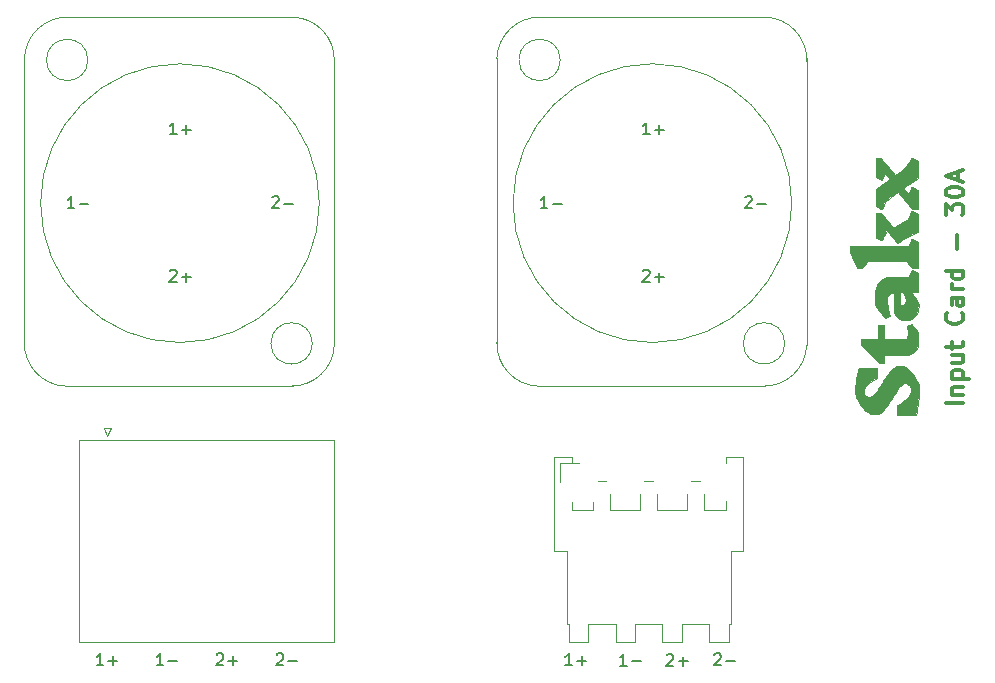
<source format=gbr>
%TF.GenerationSoftware,KiCad,Pcbnew,(5.1.6)-1*%
%TF.CreationDate,2020-12-17T16:36:24+01:00*%
%TF.ProjectId,Ingressi,496e6772-6573-4736-992e-6b696361645f,v1.0*%
%TF.SameCoordinates,Original*%
%TF.FileFunction,Legend,Top*%
%TF.FilePolarity,Positive*%
%FSLAX46Y46*%
G04 Gerber Fmt 4.6, Leading zero omitted, Abs format (unit mm)*
G04 Created by KiCad (PCBNEW (5.1.6)-1) date 2020-12-17 16:36:24*
%MOMM*%
%LPD*%
G01*
G04 APERTURE LIST*
%ADD10C,0.150000*%
%ADD11C,0.300000*%
%ADD12C,0.120000*%
%ADD13C,0.010000*%
G04 APERTURE END LIST*
D10*
X94716666Y-44402380D02*
X94145238Y-44402380D01*
X94430952Y-44402380D02*
X94430952Y-43402380D01*
X94335714Y-43545238D01*
X94240476Y-43640476D01*
X94145238Y-43688095D01*
X95145238Y-44021428D02*
X95907142Y-44021428D01*
X95526190Y-44402380D02*
X95526190Y-43640476D01*
X94145238Y-55963619D02*
X94192857Y-55916000D01*
X94288095Y-55868380D01*
X94526190Y-55868380D01*
X94621428Y-55916000D01*
X94669047Y-55963619D01*
X94716666Y-56058857D01*
X94716666Y-56154095D01*
X94669047Y-56296952D01*
X94097619Y-56868380D01*
X94716666Y-56868380D01*
X95145238Y-56487428D02*
X95907142Y-56487428D01*
X95526190Y-56868380D02*
X95526190Y-56106476D01*
X86066666Y-50652380D02*
X85495238Y-50652380D01*
X85780952Y-50652380D02*
X85780952Y-49652380D01*
X85685714Y-49795238D01*
X85590476Y-49890476D01*
X85495238Y-49938095D01*
X86495238Y-50271428D02*
X87257142Y-50271428D01*
X102806438Y-49747619D02*
X102854057Y-49700000D01*
X102949295Y-49652380D01*
X103187390Y-49652380D01*
X103282628Y-49700000D01*
X103330247Y-49747619D01*
X103377866Y-49842857D01*
X103377866Y-49938095D01*
X103330247Y-50080952D01*
X102758819Y-50652380D01*
X103377866Y-50652380D01*
X103806438Y-50271428D02*
X104568342Y-50271428D01*
X62756438Y-49747619D02*
X62804057Y-49700000D01*
X62899295Y-49652380D01*
X63137390Y-49652380D01*
X63232628Y-49700000D01*
X63280247Y-49747619D01*
X63327866Y-49842857D01*
X63327866Y-49938095D01*
X63280247Y-50080952D01*
X62708819Y-50652380D01*
X63327866Y-50652380D01*
X63756438Y-50271428D02*
X64518342Y-50271428D01*
X46016666Y-50652380D02*
X45445238Y-50652380D01*
X45730952Y-50652380D02*
X45730952Y-49652380D01*
X45635714Y-49795238D01*
X45540476Y-49890476D01*
X45445238Y-49938095D01*
X46445238Y-50271428D02*
X47207142Y-50271428D01*
X54095238Y-55963619D02*
X54142857Y-55916000D01*
X54238095Y-55868380D01*
X54476190Y-55868380D01*
X54571428Y-55916000D01*
X54619047Y-55963619D01*
X54666666Y-56058857D01*
X54666666Y-56154095D01*
X54619047Y-56296952D01*
X54047619Y-56868380D01*
X54666666Y-56868380D01*
X55095238Y-56487428D02*
X55857142Y-56487428D01*
X55476190Y-56868380D02*
X55476190Y-56106476D01*
X54666666Y-44402380D02*
X54095238Y-44402380D01*
X54380952Y-44402380D02*
X54380952Y-43402380D01*
X54285714Y-43545238D01*
X54190476Y-43640476D01*
X54095238Y-43688095D01*
X55095238Y-44021428D02*
X55857142Y-44021428D01*
X55476190Y-44402380D02*
X55476190Y-43640476D01*
D11*
X121278571Y-67150000D02*
X119778571Y-67150000D01*
X120278571Y-66435714D02*
X121278571Y-66435714D01*
X120421428Y-66435714D02*
X120350000Y-66364285D01*
X120278571Y-66221428D01*
X120278571Y-66007142D01*
X120350000Y-65864285D01*
X120492857Y-65792857D01*
X121278571Y-65792857D01*
X120278571Y-65078571D02*
X121778571Y-65078571D01*
X120350000Y-65078571D02*
X120278571Y-64935714D01*
X120278571Y-64650000D01*
X120350000Y-64507142D01*
X120421428Y-64435714D01*
X120564285Y-64364285D01*
X120992857Y-64364285D01*
X121135714Y-64435714D01*
X121207142Y-64507142D01*
X121278571Y-64650000D01*
X121278571Y-64935714D01*
X121207142Y-65078571D01*
X120278571Y-63078571D02*
X121278571Y-63078571D01*
X120278571Y-63721428D02*
X121064285Y-63721428D01*
X121207142Y-63650000D01*
X121278571Y-63507142D01*
X121278571Y-63292857D01*
X121207142Y-63150000D01*
X121135714Y-63078571D01*
X120278571Y-62578571D02*
X120278571Y-62007142D01*
X119778571Y-62364285D02*
X121064285Y-62364285D01*
X121207142Y-62292857D01*
X121278571Y-62150000D01*
X121278571Y-62007142D01*
X121135714Y-59507142D02*
X121207142Y-59578571D01*
X121278571Y-59792857D01*
X121278571Y-59935714D01*
X121207142Y-60150000D01*
X121064285Y-60292857D01*
X120921428Y-60364285D01*
X120635714Y-60435714D01*
X120421428Y-60435714D01*
X120135714Y-60364285D01*
X119992857Y-60292857D01*
X119850000Y-60150000D01*
X119778571Y-59935714D01*
X119778571Y-59792857D01*
X119850000Y-59578571D01*
X119921428Y-59507142D01*
X121278571Y-58221428D02*
X120492857Y-58221428D01*
X120350000Y-58292857D01*
X120278571Y-58435714D01*
X120278571Y-58721428D01*
X120350000Y-58864285D01*
X121207142Y-58221428D02*
X121278571Y-58364285D01*
X121278571Y-58721428D01*
X121207142Y-58864285D01*
X121064285Y-58935714D01*
X120921428Y-58935714D01*
X120778571Y-58864285D01*
X120707142Y-58721428D01*
X120707142Y-58364285D01*
X120635714Y-58221428D01*
X121278571Y-57507142D02*
X120278571Y-57507142D01*
X120564285Y-57507142D02*
X120421428Y-57435714D01*
X120350000Y-57364285D01*
X120278571Y-57221428D01*
X120278571Y-57078571D01*
X121278571Y-55935714D02*
X119778571Y-55935714D01*
X121207142Y-55935714D02*
X121278571Y-56078571D01*
X121278571Y-56364285D01*
X121207142Y-56507142D01*
X121135714Y-56578571D01*
X120992857Y-56650000D01*
X120564285Y-56650000D01*
X120421428Y-56578571D01*
X120350000Y-56507142D01*
X120278571Y-56364285D01*
X120278571Y-56078571D01*
X120350000Y-55935714D01*
X120707142Y-54078571D02*
X120707142Y-52935714D01*
X119778571Y-51221428D02*
X119778571Y-50292857D01*
X120350000Y-50792857D01*
X120350000Y-50578571D01*
X120421428Y-50435714D01*
X120492857Y-50364285D01*
X120635714Y-50292857D01*
X120992857Y-50292857D01*
X121135714Y-50364285D01*
X121207142Y-50435714D01*
X121278571Y-50578571D01*
X121278571Y-51007142D01*
X121207142Y-51150000D01*
X121135714Y-51221428D01*
X119778571Y-49364285D02*
X119778571Y-49221428D01*
X119850000Y-49078571D01*
X119921428Y-49007142D01*
X120064285Y-48935714D01*
X120350000Y-48864285D01*
X120707142Y-48864285D01*
X120992857Y-48935714D01*
X121135714Y-49007142D01*
X121207142Y-49078571D01*
X121278571Y-49221428D01*
X121278571Y-49364285D01*
X121207142Y-49507142D01*
X121135714Y-49578571D01*
X120992857Y-49650000D01*
X120707142Y-49721428D01*
X120350000Y-49721428D01*
X120064285Y-49650000D01*
X119921428Y-49578571D01*
X119850000Y-49507142D01*
X119778571Y-49364285D01*
X120850000Y-48292857D02*
X120850000Y-47578571D01*
X121278571Y-48435714D02*
X119778571Y-47935714D01*
X121278571Y-47435714D01*
D10*
X100185238Y-88447619D02*
X100232857Y-88400000D01*
X100328095Y-88352380D01*
X100566190Y-88352380D01*
X100661428Y-88400000D01*
X100709047Y-88447619D01*
X100756666Y-88542857D01*
X100756666Y-88638095D01*
X100709047Y-88780952D01*
X100137619Y-89352380D01*
X100756666Y-89352380D01*
X101185238Y-88971428D02*
X101947142Y-88971428D01*
X88146666Y-89352380D02*
X87575238Y-89352380D01*
X87860952Y-89352380D02*
X87860952Y-88352380D01*
X87765714Y-88495238D01*
X87670476Y-88590476D01*
X87575238Y-88638095D01*
X88575238Y-88971428D02*
X89337142Y-88971428D01*
X88956190Y-89352380D02*
X88956190Y-88590476D01*
X96165238Y-88497619D02*
X96212857Y-88450000D01*
X96308095Y-88402380D01*
X96546190Y-88402380D01*
X96641428Y-88450000D01*
X96689047Y-88497619D01*
X96736666Y-88592857D01*
X96736666Y-88688095D01*
X96689047Y-88830952D01*
X96117619Y-89402380D01*
X96736666Y-89402380D01*
X97165238Y-89021428D02*
X97927142Y-89021428D01*
X97546190Y-89402380D02*
X97546190Y-88640476D01*
X92776666Y-89402380D02*
X92205238Y-89402380D01*
X92490952Y-89402380D02*
X92490952Y-88402380D01*
X92395714Y-88545238D01*
X92300476Y-88640476D01*
X92205238Y-88688095D01*
X93205238Y-89021428D02*
X93967142Y-89021428D01*
X63135238Y-88447619D02*
X63182857Y-88400000D01*
X63278095Y-88352380D01*
X63516190Y-88352380D01*
X63611428Y-88400000D01*
X63659047Y-88447619D01*
X63706666Y-88542857D01*
X63706666Y-88638095D01*
X63659047Y-88780952D01*
X63087619Y-89352380D01*
X63706666Y-89352380D01*
X64135238Y-88971428D02*
X64897142Y-88971428D01*
X58055238Y-88447619D02*
X58102857Y-88400000D01*
X58198095Y-88352380D01*
X58436190Y-88352380D01*
X58531428Y-88400000D01*
X58579047Y-88447619D01*
X58626666Y-88542857D01*
X58626666Y-88638095D01*
X58579047Y-88780952D01*
X58007619Y-89352380D01*
X58626666Y-89352380D01*
X59055238Y-88971428D02*
X59817142Y-88971428D01*
X59436190Y-89352380D02*
X59436190Y-88590476D01*
X53546666Y-89352380D02*
X52975238Y-89352380D01*
X53260952Y-89352380D02*
X53260952Y-88352380D01*
X53165714Y-88495238D01*
X53070476Y-88590476D01*
X52975238Y-88638095D01*
X53975238Y-88971428D02*
X54737142Y-88971428D01*
X48466666Y-89352380D02*
X47895238Y-89352380D01*
X48180952Y-89352380D02*
X48180952Y-88352380D01*
X48085714Y-88495238D01*
X47990476Y-88590476D01*
X47895238Y-88638095D01*
X48895238Y-88971428D02*
X49657142Y-88971428D01*
X49276190Y-89352380D02*
X49276190Y-88590476D01*
D12*
X48800000Y-69905200D02*
X48500000Y-69305200D01*
X46390000Y-87360000D02*
X68010000Y-87360000D01*
X49100000Y-69305200D02*
X48800000Y-69905200D01*
X68010000Y-87360000D02*
X68010000Y-70290000D01*
X46390000Y-70290000D02*
X46390000Y-87360000D01*
X48500000Y-69305200D02*
X49100000Y-69305200D01*
X68010000Y-70290000D02*
X46390000Y-70290000D01*
X106750800Y-50227000D02*
G75*
G03*
X106750800Y-50227000I-11800000J0D01*
G01*
X85280000Y-65720000D02*
X104520000Y-65720000D01*
X87150000Y-38100000D02*
G75*
G03*
X87150000Y-38100000I-1750000J0D01*
G01*
X108020000Y-62220000D02*
X108020000Y-37980000D01*
X85280000Y-34480000D02*
X104520000Y-34480000D01*
X81780000Y-62220000D02*
X81780000Y-37980000D01*
X106150000Y-62100000D02*
G75*
G03*
X106150000Y-62100000I-1750000J0D01*
G01*
X108020000Y-38220000D02*
G75*
G03*
X104520000Y-34480000I-3620000J120000D01*
G01*
X85520000Y-34480000D02*
G75*
G03*
X81780000Y-37980000I-120000J-3620000D01*
G01*
X81780000Y-61980000D02*
G75*
G03*
X85280000Y-65720000I3620000J-120000D01*
G01*
X104280000Y-65720000D02*
G75*
G03*
X108020000Y-62220000I120000J3620000D01*
G01*
X66750800Y-50227000D02*
G75*
G03*
X66750800Y-50227000I-11800000J0D01*
G01*
X45280000Y-65720000D02*
X64520000Y-65720000D01*
X47150000Y-38100000D02*
G75*
G03*
X47150000Y-38100000I-1750000J0D01*
G01*
X68020000Y-62220000D02*
X68020000Y-37980000D01*
X45280000Y-34480000D02*
X64520000Y-34480000D01*
X41780000Y-62220000D02*
X41780000Y-37980000D01*
X66150000Y-62100000D02*
G75*
G03*
X66150000Y-62100000I-1750000J0D01*
G01*
X68020000Y-38220000D02*
G75*
G03*
X64520000Y-34480000I-3620000J120000D01*
G01*
X45520000Y-34480000D02*
G75*
G03*
X41780000Y-37980000I-120000J-3620000D01*
G01*
X41780000Y-61980000D02*
G75*
G03*
X45280000Y-65720000I3620000J-120000D01*
G01*
X64280000Y-65720000D02*
G75*
G03*
X68020000Y-62220000I120000J3620000D01*
G01*
X87690000Y-79660000D02*
X87690000Y-85860000D01*
X87690000Y-85860000D02*
X87880000Y-85860000D01*
X101150000Y-72250000D02*
X101150000Y-71740000D01*
X101150000Y-71740000D02*
X102640000Y-71740000D01*
X102640000Y-71740000D02*
X102640000Y-79660000D01*
X102640000Y-79660000D02*
X101590000Y-79660000D01*
X101150000Y-76240000D02*
X101150000Y-75450000D01*
X87690000Y-79660000D02*
X86640000Y-79660000D01*
X86640000Y-79660000D02*
X86640000Y-71740000D01*
X86640000Y-71740000D02*
X88130000Y-71740000D01*
X88130000Y-71740000D02*
X88130000Y-72240000D01*
X88130000Y-75550000D02*
X88130000Y-76240000D01*
X101400000Y-85860000D02*
X101590000Y-85860000D01*
X101590000Y-85860000D02*
X101590000Y-79660000D01*
X88120000Y-76240000D02*
X89960000Y-76240000D01*
X99320000Y-76240000D02*
X101160000Y-76240000D01*
X87880000Y-85860000D02*
X87880000Y-87360000D01*
X87880000Y-87360000D02*
X89520000Y-87360000D01*
X89520000Y-87360000D02*
X89520000Y-85860000D01*
X89960000Y-76240000D02*
X89960000Y-75550000D01*
X90310000Y-73740000D02*
X91050000Y-73740000D01*
X91400000Y-74850000D02*
X91400000Y-76240000D01*
X91840000Y-85860000D02*
X91840000Y-87360000D01*
X91840000Y-87360000D02*
X93480000Y-87360000D01*
X93480000Y-87360000D02*
X93480000Y-85860000D01*
X93920000Y-76240000D02*
X93920000Y-74850000D01*
X94270000Y-73740000D02*
X95010000Y-73740000D01*
X95360000Y-74850000D02*
X95360000Y-76240000D01*
X91400000Y-76240000D02*
X93920000Y-76240000D01*
X89520000Y-85860000D02*
X91840000Y-85860000D01*
X95800000Y-85860000D02*
X95800000Y-87360000D01*
X95800000Y-87360000D02*
X97440000Y-87360000D01*
X97440000Y-87360000D02*
X97440000Y-85860000D01*
X97880000Y-76240000D02*
X97880000Y-74850000D01*
X98230000Y-73740000D02*
X98970000Y-73740000D01*
X99320000Y-74850000D02*
X99320000Y-76240000D01*
X95360000Y-76240000D02*
X97880000Y-76240000D01*
X93480000Y-85860000D02*
X95800000Y-85860000D01*
X99760000Y-85860000D02*
X99760000Y-87360000D01*
X99760000Y-87360000D02*
X101400000Y-87360000D01*
X101400000Y-87360000D02*
X101400000Y-85860000D01*
X97440000Y-85860000D02*
X99760000Y-85860000D01*
X88700000Y-72240000D02*
X87090000Y-72240000D01*
X87090000Y-72240000D02*
X87090000Y-73850000D01*
D13*
G36*
X112124550Y-66087152D02*
G01*
X112135729Y-65775268D01*
X112165953Y-65438614D01*
X112213185Y-65091153D01*
X112275392Y-64746850D01*
X112350538Y-64419667D01*
X112387192Y-64284678D01*
X112420316Y-64168923D01*
X113960590Y-64168923D01*
X113960590Y-65019354D01*
X113811762Y-65092738D01*
X113540072Y-65246922D01*
X113297933Y-65428229D01*
X113202869Y-65513947D01*
X113074347Y-65645689D01*
X112979512Y-65766759D01*
X112912421Y-65885821D01*
X112871130Y-65997448D01*
X112841037Y-66157321D01*
X112847807Y-66298312D01*
X112889386Y-66417325D01*
X112963719Y-66511265D01*
X113068751Y-66577035D01*
X113202429Y-66611542D01*
X113281717Y-66616104D01*
X113379985Y-66609823D01*
X113472703Y-66589541D01*
X113562381Y-66552618D01*
X113651530Y-66496417D01*
X113742659Y-66418301D01*
X113838278Y-66315631D01*
X113940898Y-66185771D01*
X114053029Y-66026083D01*
X114177181Y-65833928D01*
X114315864Y-65606670D01*
X114435562Y-65403645D01*
X114583372Y-65153901D01*
X114715110Y-64940172D01*
X114833688Y-64758667D01*
X114942014Y-64605598D01*
X115042997Y-64477176D01*
X115139548Y-64369611D01*
X115234574Y-64279114D01*
X115330986Y-64201895D01*
X115389530Y-64161141D01*
X115529835Y-64077446D01*
X115658179Y-64023475D01*
X115789884Y-63994307D01*
X115937828Y-63985039D01*
X116026584Y-63985839D01*
X116093812Y-63992395D01*
X116155291Y-64008629D01*
X116226805Y-64038465D01*
X116304966Y-64076309D01*
X116487579Y-64186842D01*
X116670086Y-64334580D01*
X116847657Y-64512886D01*
X117015465Y-64715122D01*
X117168681Y-64934651D01*
X117302475Y-65164833D01*
X117412020Y-65399032D01*
X117492486Y-65630610D01*
X117521380Y-65748496D01*
X117537961Y-65864223D01*
X117547774Y-66010586D01*
X117550463Y-66174591D01*
X117545671Y-66343245D01*
X117540069Y-66428906D01*
X117512893Y-66720067D01*
X117478164Y-67012546D01*
X117437389Y-67296348D01*
X117392073Y-67561481D01*
X117343723Y-67797951D01*
X117316695Y-67910945D01*
X117256171Y-68148698D01*
X116479301Y-68154492D01*
X115702430Y-68160286D01*
X115702430Y-67327826D01*
X115874597Y-67227790D01*
X116119384Y-67070692D01*
X116330392Y-66904371D01*
X116506253Y-66730951D01*
X116645598Y-66552556D01*
X116747060Y-66371308D01*
X116809270Y-66189332D01*
X116830859Y-66008751D01*
X116810459Y-65831690D01*
X116799793Y-65792054D01*
X116743625Y-65676484D01*
X116655807Y-65583474D01*
X116545187Y-65518142D01*
X116420618Y-65485608D01*
X116290948Y-65490989D01*
X116282387Y-65492811D01*
X116198456Y-65517023D01*
X116123574Y-65552951D01*
X116047572Y-65607281D01*
X115960282Y-65686699D01*
X115908479Y-65738671D01*
X115847297Y-65804863D01*
X115784690Y-65880445D01*
X115717678Y-65969822D01*
X115643279Y-66077397D01*
X115558513Y-66207575D01*
X115460399Y-66364759D01*
X115345957Y-66553354D01*
X115262222Y-66693489D01*
X115129841Y-66913655D01*
X115014548Y-67099674D01*
X114912887Y-67256418D01*
X114821404Y-67388761D01*
X114736641Y-67501575D01*
X114655145Y-67599733D01*
X114573458Y-67688108D01*
X114517322Y-67743866D01*
X114360737Y-67883530D01*
X114216027Y-67986948D01*
X114075641Y-68057463D01*
X113932028Y-68098417D01*
X113777636Y-68113152D01*
X113686997Y-68111377D01*
X113558999Y-68098552D01*
X113453205Y-68072353D01*
X113378755Y-68042469D01*
X113184058Y-67932685D01*
X112990857Y-67784984D01*
X112804070Y-67605411D01*
X112628617Y-67400013D01*
X112469418Y-67174836D01*
X112331391Y-66935928D01*
X112219457Y-66689334D01*
X112173560Y-66561198D01*
X112152926Y-66491471D01*
X112138829Y-66424687D01*
X112130140Y-66349934D01*
X112125732Y-66256302D01*
X112124477Y-66132878D01*
X112124550Y-66087152D01*
G37*
X112124550Y-66087152D02*
X112135729Y-65775268D01*
X112165953Y-65438614D01*
X112213185Y-65091153D01*
X112275392Y-64746850D01*
X112350538Y-64419667D01*
X112387192Y-64284678D01*
X112420316Y-64168923D01*
X113960590Y-64168923D01*
X113960590Y-65019354D01*
X113811762Y-65092738D01*
X113540072Y-65246922D01*
X113297933Y-65428229D01*
X113202869Y-65513947D01*
X113074347Y-65645689D01*
X112979512Y-65766759D01*
X112912421Y-65885821D01*
X112871130Y-65997448D01*
X112841037Y-66157321D01*
X112847807Y-66298312D01*
X112889386Y-66417325D01*
X112963719Y-66511265D01*
X113068751Y-66577035D01*
X113202429Y-66611542D01*
X113281717Y-66616104D01*
X113379985Y-66609823D01*
X113472703Y-66589541D01*
X113562381Y-66552618D01*
X113651530Y-66496417D01*
X113742659Y-66418301D01*
X113838278Y-66315631D01*
X113940898Y-66185771D01*
X114053029Y-66026083D01*
X114177181Y-65833928D01*
X114315864Y-65606670D01*
X114435562Y-65403645D01*
X114583372Y-65153901D01*
X114715110Y-64940172D01*
X114833688Y-64758667D01*
X114942014Y-64605598D01*
X115042997Y-64477176D01*
X115139548Y-64369611D01*
X115234574Y-64279114D01*
X115330986Y-64201895D01*
X115389530Y-64161141D01*
X115529835Y-64077446D01*
X115658179Y-64023475D01*
X115789884Y-63994307D01*
X115937828Y-63985039D01*
X116026584Y-63985839D01*
X116093812Y-63992395D01*
X116155291Y-64008629D01*
X116226805Y-64038465D01*
X116304966Y-64076309D01*
X116487579Y-64186842D01*
X116670086Y-64334580D01*
X116847657Y-64512886D01*
X117015465Y-64715122D01*
X117168681Y-64934651D01*
X117302475Y-65164833D01*
X117412020Y-65399032D01*
X117492486Y-65630610D01*
X117521380Y-65748496D01*
X117537961Y-65864223D01*
X117547774Y-66010586D01*
X117550463Y-66174591D01*
X117545671Y-66343245D01*
X117540069Y-66428906D01*
X117512893Y-66720067D01*
X117478164Y-67012546D01*
X117437389Y-67296348D01*
X117392073Y-67561481D01*
X117343723Y-67797951D01*
X117316695Y-67910945D01*
X117256171Y-68148698D01*
X116479301Y-68154492D01*
X115702430Y-68160286D01*
X115702430Y-67327826D01*
X115874597Y-67227790D01*
X116119384Y-67070692D01*
X116330392Y-66904371D01*
X116506253Y-66730951D01*
X116645598Y-66552556D01*
X116747060Y-66371308D01*
X116809270Y-66189332D01*
X116830859Y-66008751D01*
X116810459Y-65831690D01*
X116799793Y-65792054D01*
X116743625Y-65676484D01*
X116655807Y-65583474D01*
X116545187Y-65518142D01*
X116420618Y-65485608D01*
X116290948Y-65490989D01*
X116282387Y-65492811D01*
X116198456Y-65517023D01*
X116123574Y-65552951D01*
X116047572Y-65607281D01*
X115960282Y-65686699D01*
X115908479Y-65738671D01*
X115847297Y-65804863D01*
X115784690Y-65880445D01*
X115717678Y-65969822D01*
X115643279Y-66077397D01*
X115558513Y-66207575D01*
X115460399Y-66364759D01*
X115345957Y-66553354D01*
X115262222Y-66693489D01*
X115129841Y-66913655D01*
X115014548Y-67099674D01*
X114912887Y-67256418D01*
X114821404Y-67388761D01*
X114736641Y-67501575D01*
X114655145Y-67599733D01*
X114573458Y-67688108D01*
X114517322Y-67743866D01*
X114360737Y-67883530D01*
X114216027Y-67986948D01*
X114075641Y-68057463D01*
X113932028Y-68098417D01*
X113777636Y-68113152D01*
X113686997Y-68111377D01*
X113558999Y-68098552D01*
X113453205Y-68072353D01*
X113378755Y-68042469D01*
X113184058Y-67932685D01*
X112990857Y-67784984D01*
X112804070Y-67605411D01*
X112628617Y-67400013D01*
X112469418Y-67174836D01*
X112331391Y-66935928D01*
X112219457Y-66689334D01*
X112173560Y-66561198D01*
X112152926Y-66491471D01*
X112138829Y-66424687D01*
X112130140Y-66349934D01*
X112125732Y-66256302D01*
X112124477Y-66132878D01*
X112124550Y-66087152D01*
G36*
X114048784Y-61743576D02*
G01*
X114048784Y-60575000D01*
X114577951Y-60575000D01*
X114577951Y-61743576D01*
X115456635Y-61743576D01*
X115676442Y-61743533D01*
X115856526Y-61743251D01*
X116001259Y-61742503D01*
X116115016Y-61741061D01*
X116202170Y-61738695D01*
X116267093Y-61735178D01*
X116314161Y-61730283D01*
X116347746Y-61723780D01*
X116372222Y-61715441D01*
X116391962Y-61705039D01*
X116409045Y-61693892D01*
X116485895Y-61625587D01*
X116539328Y-61536085D01*
X116574404Y-61416058D01*
X116581625Y-61375708D01*
X116590870Y-61192192D01*
X116563666Y-60989139D01*
X116517799Y-60821066D01*
X116495334Y-60746913D01*
X116481322Y-60688865D01*
X116478760Y-60660335D01*
X116499938Y-60644619D01*
X116551142Y-60616634D01*
X116621803Y-60581337D01*
X116701353Y-60543682D01*
X116779223Y-60508627D01*
X116844845Y-60481128D01*
X116887652Y-60466140D01*
X116895799Y-60464757D01*
X116913775Y-60481269D01*
X116954354Y-60527242D01*
X117013065Y-60597330D01*
X117085434Y-60686190D01*
X117166991Y-60788475D01*
X117172477Y-60795428D01*
X117265618Y-60913590D01*
X117336014Y-61006359D01*
X117387093Y-61083092D01*
X117422280Y-61153146D01*
X117445000Y-61225876D01*
X117458681Y-61310640D01*
X117466749Y-61416794D01*
X117472629Y-61553695D01*
X117475258Y-61622309D01*
X117478758Y-61823509D01*
X117471784Y-61990737D01*
X117456428Y-62118625D01*
X117403029Y-62352991D01*
X117325108Y-62551319D01*
X117221275Y-62715112D01*
X117090141Y-62845873D01*
X116930317Y-62945106D01*
X116740414Y-63014316D01*
X116601718Y-63043666D01*
X116548100Y-63048740D01*
X116455406Y-63053375D01*
X116328656Y-63057465D01*
X116172872Y-63060905D01*
X115993074Y-63063590D01*
X115794281Y-63065414D01*
X115581515Y-63066273D01*
X115520529Y-63066326D01*
X114577951Y-63066493D01*
X114577951Y-63772048D01*
X114167774Y-63772048D01*
X112593576Y-62268780D01*
X112593576Y-61743576D01*
X114048784Y-61743576D01*
G37*
X114048784Y-61743576D02*
X114048784Y-60575000D01*
X114577951Y-60575000D01*
X114577951Y-61743576D01*
X115456635Y-61743576D01*
X115676442Y-61743533D01*
X115856526Y-61743251D01*
X116001259Y-61742503D01*
X116115016Y-61741061D01*
X116202170Y-61738695D01*
X116267093Y-61735178D01*
X116314161Y-61730283D01*
X116347746Y-61723780D01*
X116372222Y-61715441D01*
X116391962Y-61705039D01*
X116409045Y-61693892D01*
X116485895Y-61625587D01*
X116539328Y-61536085D01*
X116574404Y-61416058D01*
X116581625Y-61375708D01*
X116590870Y-61192192D01*
X116563666Y-60989139D01*
X116517799Y-60821066D01*
X116495334Y-60746913D01*
X116481322Y-60688865D01*
X116478760Y-60660335D01*
X116499938Y-60644619D01*
X116551142Y-60616634D01*
X116621803Y-60581337D01*
X116701353Y-60543682D01*
X116779223Y-60508627D01*
X116844845Y-60481128D01*
X116887652Y-60466140D01*
X116895799Y-60464757D01*
X116913775Y-60481269D01*
X116954354Y-60527242D01*
X117013065Y-60597330D01*
X117085434Y-60686190D01*
X117166991Y-60788475D01*
X117172477Y-60795428D01*
X117265618Y-60913590D01*
X117336014Y-61006359D01*
X117387093Y-61083092D01*
X117422280Y-61153146D01*
X117445000Y-61225876D01*
X117458681Y-61310640D01*
X117466749Y-61416794D01*
X117472629Y-61553695D01*
X117475258Y-61622309D01*
X117478758Y-61823509D01*
X117471784Y-61990737D01*
X117456428Y-62118625D01*
X117403029Y-62352991D01*
X117325108Y-62551319D01*
X117221275Y-62715112D01*
X117090141Y-62845873D01*
X116930317Y-62945106D01*
X116740414Y-63014316D01*
X116601718Y-63043666D01*
X116548100Y-63048740D01*
X116455406Y-63053375D01*
X116328656Y-63057465D01*
X116172872Y-63060905D01*
X115993074Y-63063590D01*
X115794281Y-63065414D01*
X115581515Y-63066273D01*
X115520529Y-63066326D01*
X114577951Y-63066493D01*
X114577951Y-63772048D01*
X114167774Y-63772048D01*
X112593576Y-62268780D01*
X112593576Y-61743576D01*
X114048784Y-61743576D01*
G36*
X113796176Y-57886934D02*
G01*
X113813940Y-57732493D01*
X113814814Y-57727102D01*
X113877163Y-57450917D01*
X113967933Y-57206874D01*
X114086615Y-56995654D01*
X114232699Y-56817942D01*
X114405677Y-56674418D01*
X114605040Y-56565768D01*
X114710243Y-56526108D01*
X114745009Y-56516067D01*
X114785643Y-56507674D01*
X114836606Y-56500706D01*
X114902358Y-56494942D01*
X114987358Y-56490160D01*
X115096068Y-56486138D01*
X115232948Y-56482653D01*
X115402458Y-56479486D01*
X115609058Y-56476412D01*
X115745318Y-56474615D01*
X116659127Y-56462934D01*
X116752829Y-56231423D01*
X116792963Y-56131732D01*
X116828924Y-56041445D01*
X116856255Y-55971808D01*
X116868867Y-55938645D01*
X116891203Y-55877377D01*
X117156981Y-56010607D01*
X117422758Y-56143837D01*
X117416978Y-56964844D01*
X117411198Y-57785850D01*
X117150090Y-57789725D01*
X117047369Y-57792101D01*
X116961749Y-57795689D01*
X116902288Y-57800000D01*
X116878128Y-57804452D01*
X116887845Y-57824201D01*
X116921201Y-57873156D01*
X116974338Y-57946052D01*
X117043393Y-58037623D01*
X117124507Y-58142606D01*
X117149016Y-58173894D01*
X117251889Y-58306440D01*
X117329721Y-58410918D01*
X117386120Y-58492785D01*
X117424695Y-58557498D01*
X117449053Y-58610513D01*
X117459563Y-58643529D01*
X117481387Y-58785806D01*
X117482540Y-58960247D01*
X117462980Y-59160044D01*
X117462767Y-59161538D01*
X117411192Y-59391935D01*
X117327137Y-59593339D01*
X117211712Y-59764606D01*
X117066027Y-59904593D01*
X116891190Y-60012156D01*
X116688311Y-60086152D01*
X116536167Y-60116534D01*
X116332511Y-60126466D01*
X116138200Y-60096416D01*
X116106938Y-60084578D01*
X116106938Y-58847312D01*
X116205799Y-58831368D01*
X116290417Y-58781234D01*
X116350562Y-58700761D01*
X116353765Y-58693691D01*
X116376057Y-58608142D01*
X116384897Y-58495007D01*
X116380655Y-58368578D01*
X116363701Y-58243146D01*
X116339659Y-58148258D01*
X116303155Y-58047047D01*
X116263206Y-57952376D01*
X116224125Y-57872975D01*
X116190223Y-57817577D01*
X116165814Y-57794911D01*
X116165080Y-57794808D01*
X116131778Y-57792959D01*
X116071280Y-57790567D01*
X116033159Y-57789295D01*
X115922916Y-57785850D01*
X115922916Y-58791312D01*
X116004068Y-58825220D01*
X116106938Y-58847312D01*
X116106938Y-60084578D01*
X115950594Y-60025372D01*
X115767056Y-59912320D01*
X115584949Y-59756249D01*
X115576821Y-59748274D01*
X115393750Y-59567657D01*
X115393750Y-57796875D01*
X115331532Y-57796875D01*
X115203930Y-57817779D01*
X115081806Y-57876068D01*
X114973266Y-57965110D01*
X114886415Y-58078271D01*
X114829767Y-58207508D01*
X114804817Y-58347104D01*
X114801864Y-58519581D01*
X114821038Y-58725983D01*
X114862471Y-58967358D01*
X114926294Y-59244751D01*
X114989361Y-59478566D01*
X115018268Y-59582894D01*
X115041191Y-59670736D01*
X115056147Y-59734086D01*
X115061155Y-59764941D01*
X115060699Y-59766594D01*
X115037040Y-59778294D01*
X114983451Y-59802658D01*
X114910544Y-59835003D01*
X114828931Y-59870647D01*
X114749224Y-59904905D01*
X114704718Y-59923689D01*
X114625852Y-59956641D01*
X114276684Y-59522881D01*
X114179373Y-59400899D01*
X114090227Y-59287074D01*
X114013392Y-59186868D01*
X113953012Y-59105739D01*
X113913233Y-59049147D01*
X113899326Y-59025896D01*
X113864394Y-58921195D01*
X113835199Y-58781871D01*
X113812338Y-58617095D01*
X113796409Y-58436041D01*
X113788007Y-58247881D01*
X113787731Y-58061788D01*
X113796176Y-57886934D01*
G37*
X113796176Y-57886934D02*
X113813940Y-57732493D01*
X113814814Y-57727102D01*
X113877163Y-57450917D01*
X113967933Y-57206874D01*
X114086615Y-56995654D01*
X114232699Y-56817942D01*
X114405677Y-56674418D01*
X114605040Y-56565768D01*
X114710243Y-56526108D01*
X114745009Y-56516067D01*
X114785643Y-56507674D01*
X114836606Y-56500706D01*
X114902358Y-56494942D01*
X114987358Y-56490160D01*
X115096068Y-56486138D01*
X115232948Y-56482653D01*
X115402458Y-56479486D01*
X115609058Y-56476412D01*
X115745318Y-56474615D01*
X116659127Y-56462934D01*
X116752829Y-56231423D01*
X116792963Y-56131732D01*
X116828924Y-56041445D01*
X116856255Y-55971808D01*
X116868867Y-55938645D01*
X116891203Y-55877377D01*
X117156981Y-56010607D01*
X117422758Y-56143837D01*
X117416978Y-56964844D01*
X117411198Y-57785850D01*
X117150090Y-57789725D01*
X117047369Y-57792101D01*
X116961749Y-57795689D01*
X116902288Y-57800000D01*
X116878128Y-57804452D01*
X116887845Y-57824201D01*
X116921201Y-57873156D01*
X116974338Y-57946052D01*
X117043393Y-58037623D01*
X117124507Y-58142606D01*
X117149016Y-58173894D01*
X117251889Y-58306440D01*
X117329721Y-58410918D01*
X117386120Y-58492785D01*
X117424695Y-58557498D01*
X117449053Y-58610513D01*
X117459563Y-58643529D01*
X117481387Y-58785806D01*
X117482540Y-58960247D01*
X117462980Y-59160044D01*
X117462767Y-59161538D01*
X117411192Y-59391935D01*
X117327137Y-59593339D01*
X117211712Y-59764606D01*
X117066027Y-59904593D01*
X116891190Y-60012156D01*
X116688311Y-60086152D01*
X116536167Y-60116534D01*
X116332511Y-60126466D01*
X116138200Y-60096416D01*
X116106938Y-60084578D01*
X116106938Y-58847312D01*
X116205799Y-58831368D01*
X116290417Y-58781234D01*
X116350562Y-58700761D01*
X116353765Y-58693691D01*
X116376057Y-58608142D01*
X116384897Y-58495007D01*
X116380655Y-58368578D01*
X116363701Y-58243146D01*
X116339659Y-58148258D01*
X116303155Y-58047047D01*
X116263206Y-57952376D01*
X116224125Y-57872975D01*
X116190223Y-57817577D01*
X116165814Y-57794911D01*
X116165080Y-57794808D01*
X116131778Y-57792959D01*
X116071280Y-57790567D01*
X116033159Y-57789295D01*
X115922916Y-57785850D01*
X115922916Y-58791312D01*
X116004068Y-58825220D01*
X116106938Y-58847312D01*
X116106938Y-60084578D01*
X115950594Y-60025372D01*
X115767056Y-59912320D01*
X115584949Y-59756249D01*
X115576821Y-59748274D01*
X115393750Y-59567657D01*
X115393750Y-57796875D01*
X115331532Y-57796875D01*
X115203930Y-57817779D01*
X115081806Y-57876068D01*
X114973266Y-57965110D01*
X114886415Y-58078271D01*
X114829767Y-58207508D01*
X114804817Y-58347104D01*
X114801864Y-58519581D01*
X114821038Y-58725983D01*
X114862471Y-58967358D01*
X114926294Y-59244751D01*
X114989361Y-59478566D01*
X115018268Y-59582894D01*
X115041191Y-59670736D01*
X115056147Y-59734086D01*
X115061155Y-59764941D01*
X115060699Y-59766594D01*
X115037040Y-59778294D01*
X114983451Y-59802658D01*
X114910544Y-59835003D01*
X114828931Y-59870647D01*
X114749224Y-59904905D01*
X114704718Y-59923689D01*
X114625852Y-59956641D01*
X114276684Y-59522881D01*
X114179373Y-59400899D01*
X114090227Y-59287074D01*
X114013392Y-59186868D01*
X113953012Y-59105739D01*
X113913233Y-59049147D01*
X113899326Y-59025896D01*
X113864394Y-58921195D01*
X113835199Y-58781871D01*
X113812338Y-58617095D01*
X113796409Y-58436041D01*
X113788007Y-58247881D01*
X113787731Y-58061788D01*
X113796176Y-57886934D01*
G36*
X111672261Y-54080103D02*
G01*
X111678559Y-53839149D01*
X114193627Y-53833544D01*
X116708696Y-53827939D01*
X116792193Y-53557936D01*
X116824953Y-53454679D01*
X116854417Y-53366725D01*
X116877582Y-53302698D01*
X116891450Y-53271220D01*
X116892372Y-53270012D01*
X116917204Y-53272593D01*
X116973279Y-53292382D01*
X117052730Y-53326218D01*
X117147688Y-53370941D01*
X117165638Y-53379812D01*
X117422222Y-53507532D01*
X117422222Y-54616611D01*
X117422032Y-54873953D01*
X117421407Y-55090420D01*
X117420262Y-55269233D01*
X117418514Y-55413613D01*
X117416079Y-55526781D01*
X117412872Y-55611957D01*
X117408810Y-55672363D01*
X117403808Y-55711219D01*
X117397783Y-55731747D01*
X117393007Y-55736900D01*
X117359143Y-55741163D01*
X117292747Y-55743238D01*
X117205340Y-55742889D01*
X117156970Y-55741720D01*
X116950147Y-55735329D01*
X116441059Y-55152841D01*
X113105619Y-55151041D01*
X112913219Y-55449418D01*
X112720819Y-55747794D01*
X112489995Y-55741562D01*
X112259170Y-55735329D01*
X112072730Y-55294357D01*
X112008843Y-55142966D01*
X111942514Y-54985298D01*
X111878612Y-54832958D01*
X111822005Y-54697551D01*
X111777558Y-54590679D01*
X111776127Y-54587221D01*
X111665963Y-54321058D01*
X111672261Y-54080103D01*
G37*
X111672261Y-54080103D02*
X111678559Y-53839149D01*
X114193627Y-53833544D01*
X116708696Y-53827939D01*
X116792193Y-53557936D01*
X116824953Y-53454679D01*
X116854417Y-53366725D01*
X116877582Y-53302698D01*
X116891450Y-53271220D01*
X116892372Y-53270012D01*
X116917204Y-53272593D01*
X116973279Y-53292382D01*
X117052730Y-53326218D01*
X117147688Y-53370941D01*
X117165638Y-53379812D01*
X117422222Y-53507532D01*
X117422222Y-54616611D01*
X117422032Y-54873953D01*
X117421407Y-55090420D01*
X117420262Y-55269233D01*
X117418514Y-55413613D01*
X117416079Y-55526781D01*
X117412872Y-55611957D01*
X117408810Y-55672363D01*
X117403808Y-55711219D01*
X117397783Y-55731747D01*
X117393007Y-55736900D01*
X117359143Y-55741163D01*
X117292747Y-55743238D01*
X117205340Y-55742889D01*
X117156970Y-55741720D01*
X116950147Y-55735329D01*
X116441059Y-55152841D01*
X113105619Y-55151041D01*
X112913219Y-55449418D01*
X112720819Y-55747794D01*
X112489995Y-55741562D01*
X112259170Y-55735329D01*
X112072730Y-55294357D01*
X112008843Y-55142966D01*
X111942514Y-54985298D01*
X111878612Y-54832958D01*
X111822005Y-54697551D01*
X111777558Y-54590679D01*
X111776127Y-54587221D01*
X111665963Y-54321058D01*
X111672261Y-54080103D01*
G36*
X114087369Y-51051714D02*
G01*
X114324392Y-51053429D01*
X114819697Y-51678348D01*
X114950018Y-51842461D01*
X115056008Y-51974977D01*
X115140495Y-52079042D01*
X115206303Y-52157802D01*
X115256260Y-52214402D01*
X115293191Y-52251990D01*
X115319923Y-52273710D01*
X115339282Y-52282710D01*
X115354094Y-52282134D01*
X115359888Y-52279664D01*
X115389187Y-52263165D01*
X115450733Y-52227749D01*
X115538732Y-52176796D01*
X115647388Y-52113688D01*
X115770907Y-52041808D01*
X115903493Y-51964536D01*
X116039351Y-51885256D01*
X116172687Y-51807348D01*
X116297704Y-51734195D01*
X116408607Y-51669178D01*
X116499602Y-51615679D01*
X116564894Y-51577080D01*
X116598687Y-51556763D01*
X116599063Y-51556528D01*
X116621979Y-51526439D01*
X116655866Y-51461107D01*
X116697673Y-51367095D01*
X116744350Y-51250967D01*
X116758985Y-51212427D01*
X116801344Y-51101719D01*
X116839516Y-51006222D01*
X116870414Y-50933340D01*
X116890948Y-50890477D01*
X116896644Y-50882417D01*
X116922035Y-50887724D01*
X116978303Y-50910302D01*
X117057431Y-50946638D01*
X117151404Y-50993218D01*
X117163005Y-50999179D01*
X117411198Y-51127170D01*
X117416997Y-51880205D01*
X117422796Y-52633241D01*
X116876806Y-52931688D01*
X116712051Y-53021820D01*
X116539075Y-53116584D01*
X116367808Y-53210528D01*
X116208180Y-53298205D01*
X116070121Y-53374163D01*
X115989062Y-53418861D01*
X115647309Y-53607588D01*
X115596939Y-53546980D01*
X115570525Y-53513857D01*
X115521335Y-53450887D01*
X115453378Y-53363252D01*
X115370662Y-53256136D01*
X115277197Y-53134720D01*
X115176992Y-53004187D01*
X115169693Y-52994666D01*
X114792818Y-52502960D01*
X114689995Y-52719058D01*
X114632656Y-52840749D01*
X114568417Y-52978914D01*
X114508245Y-53109919D01*
X114488855Y-53152622D01*
X114446520Y-53242267D01*
X114408341Y-53315907D01*
X114379084Y-53364757D01*
X114365434Y-53380037D01*
X114337112Y-53374451D01*
X114278138Y-53351971D01*
X114196945Y-53316123D01*
X114101966Y-53270433D01*
X114095338Y-53267117D01*
X113850347Y-53144249D01*
X113850347Y-51050000D01*
X114087369Y-51051714D01*
G37*
X114087369Y-51051714D02*
X114324392Y-51053429D01*
X114819697Y-51678348D01*
X114950018Y-51842461D01*
X115056008Y-51974977D01*
X115140495Y-52079042D01*
X115206303Y-52157802D01*
X115256260Y-52214402D01*
X115293191Y-52251990D01*
X115319923Y-52273710D01*
X115339282Y-52282710D01*
X115354094Y-52282134D01*
X115359888Y-52279664D01*
X115389187Y-52263165D01*
X115450733Y-52227749D01*
X115538732Y-52176796D01*
X115647388Y-52113688D01*
X115770907Y-52041808D01*
X115903493Y-51964536D01*
X116039351Y-51885256D01*
X116172687Y-51807348D01*
X116297704Y-51734195D01*
X116408607Y-51669178D01*
X116499602Y-51615679D01*
X116564894Y-51577080D01*
X116598687Y-51556763D01*
X116599063Y-51556528D01*
X116621979Y-51526439D01*
X116655866Y-51461107D01*
X116697673Y-51367095D01*
X116744350Y-51250967D01*
X116758985Y-51212427D01*
X116801344Y-51101719D01*
X116839516Y-51006222D01*
X116870414Y-50933340D01*
X116890948Y-50890477D01*
X116896644Y-50882417D01*
X116922035Y-50887724D01*
X116978303Y-50910302D01*
X117057431Y-50946638D01*
X117151404Y-50993218D01*
X117163005Y-50999179D01*
X117411198Y-51127170D01*
X117416997Y-51880205D01*
X117422796Y-52633241D01*
X116876806Y-52931688D01*
X116712051Y-53021820D01*
X116539075Y-53116584D01*
X116367808Y-53210528D01*
X116208180Y-53298205D01*
X116070121Y-53374163D01*
X115989062Y-53418861D01*
X115647309Y-53607588D01*
X115596939Y-53546980D01*
X115570525Y-53513857D01*
X115521335Y-53450887D01*
X115453378Y-53363252D01*
X115370662Y-53256136D01*
X115277197Y-53134720D01*
X115176992Y-53004187D01*
X115169693Y-52994666D01*
X114792818Y-52502960D01*
X114689995Y-52719058D01*
X114632656Y-52840749D01*
X114568417Y-52978914D01*
X114508245Y-53109919D01*
X114488855Y-53152622D01*
X114446520Y-53242267D01*
X114408341Y-53315907D01*
X114379084Y-53364757D01*
X114365434Y-53380037D01*
X114337112Y-53374451D01*
X114278138Y-53351971D01*
X114196945Y-53316123D01*
X114101966Y-53270433D01*
X114095338Y-53267117D01*
X113850347Y-53144249D01*
X113850347Y-51050000D01*
X114087369Y-51051714D01*
G36*
X113855568Y-49782751D02*
G01*
X113861371Y-49055096D01*
X114450635Y-48613876D01*
X114591006Y-48508461D01*
X114719436Y-48411419D01*
X114831820Y-48325897D01*
X114924052Y-48255044D01*
X114992027Y-48202008D01*
X115031641Y-48169939D01*
X115040299Y-48161632D01*
X115026218Y-48142388D01*
X114987338Y-48097314D01*
X114929170Y-48032612D01*
X114857222Y-47954481D01*
X114836293Y-47932042D01*
X114631886Y-47713477D01*
X114502015Y-47992676D01*
X114454760Y-48093236D01*
X114414153Y-48177707D01*
X114383719Y-48238903D01*
X114366984Y-48269640D01*
X114365047Y-48271875D01*
X114343788Y-48262616D01*
X114290734Y-48237305D01*
X114213516Y-48199637D01*
X114119769Y-48153307D01*
X114104149Y-48145539D01*
X113850347Y-48019203D01*
X113850347Y-46441840D01*
X114308455Y-46441840D01*
X114493827Y-46656814D01*
X114559058Y-46732465D01*
X114646968Y-46834423D01*
X114751443Y-46955595D01*
X114866366Y-47088888D01*
X114985623Y-47227210D01*
X115091444Y-47349950D01*
X115197946Y-47473176D01*
X115295394Y-47585346D01*
X115380005Y-47682148D01*
X115447992Y-47759272D01*
X115495570Y-47812408D01*
X115518955Y-47837245D01*
X115520381Y-47838429D01*
X115541576Y-47828268D01*
X115592790Y-47794364D01*
X115669301Y-47740126D01*
X115766383Y-47668966D01*
X115879313Y-47584295D01*
X116000090Y-47492049D01*
X116463107Y-47135354D01*
X116667042Y-46772104D01*
X116731359Y-46657149D01*
X116788025Y-46555121D01*
X116833557Y-46472351D01*
X116864472Y-46415174D01*
X116877286Y-46389920D01*
X116877342Y-46389761D01*
X116898134Y-46392091D01*
X116950770Y-46411696D01*
X117027964Y-46445514D01*
X117122433Y-46490481D01*
X117152964Y-46505643D01*
X117422222Y-46640617D01*
X117422222Y-48071512D01*
X116815885Y-48503981D01*
X116672229Y-48606877D01*
X116540722Y-48701901D01*
X116425518Y-48785990D01*
X116330766Y-48856079D01*
X116260618Y-48909103D01*
X116219225Y-48941999D01*
X116209548Y-48951595D01*
X116223317Y-48971711D01*
X116260385Y-49017184D01*
X116314400Y-49080734D01*
X116379007Y-49155082D01*
X116447851Y-49232947D01*
X116514579Y-49307050D01*
X116572835Y-49370112D01*
X116596609Y-49395029D01*
X116611128Y-49402963D01*
X116628224Y-49393770D01*
X116651251Y-49362346D01*
X116683563Y-49303587D01*
X116728515Y-49212389D01*
X116759639Y-49146982D01*
X116807952Y-49046380D01*
X116850012Y-48961830D01*
X116882146Y-48900491D01*
X116900677Y-48869525D01*
X116903249Y-48867187D01*
X116926170Y-48876473D01*
X116980696Y-48901854D01*
X117059034Y-48939618D01*
X117153392Y-48986053D01*
X117168420Y-48993523D01*
X117422222Y-49119859D01*
X117422222Y-50697222D01*
X116962108Y-50697222D01*
X116623035Y-50305859D01*
X116504928Y-50169448D01*
X116376207Y-50020625D01*
X116246496Y-49870528D01*
X116125422Y-49730296D01*
X116022607Y-49611066D01*
X116013260Y-49600215D01*
X115742558Y-49285935D01*
X115683909Y-49327988D01*
X115651050Y-49352465D01*
X115588571Y-49399845D01*
X115501758Y-49466087D01*
X115395898Y-49547150D01*
X115276277Y-49638991D01*
X115155762Y-49731732D01*
X114686264Y-50093422D01*
X114531047Y-50422883D01*
X114478902Y-50533136D01*
X114433402Y-50628527D01*
X114397799Y-50702301D01*
X114375350Y-50747697D01*
X114369182Y-50758996D01*
X114348148Y-50752237D01*
X114295322Y-50729026D01*
X114218254Y-50692834D01*
X114124491Y-50647132D01*
X114106149Y-50638028D01*
X113849765Y-50510407D01*
X113855568Y-49782751D01*
G37*
X113855568Y-49782751D02*
X113861371Y-49055096D01*
X114450635Y-48613876D01*
X114591006Y-48508461D01*
X114719436Y-48411419D01*
X114831820Y-48325897D01*
X114924052Y-48255044D01*
X114992027Y-48202008D01*
X115031641Y-48169939D01*
X115040299Y-48161632D01*
X115026218Y-48142388D01*
X114987338Y-48097314D01*
X114929170Y-48032612D01*
X114857222Y-47954481D01*
X114836293Y-47932042D01*
X114631886Y-47713477D01*
X114502015Y-47992676D01*
X114454760Y-48093236D01*
X114414153Y-48177707D01*
X114383719Y-48238903D01*
X114366984Y-48269640D01*
X114365047Y-48271875D01*
X114343788Y-48262616D01*
X114290734Y-48237305D01*
X114213516Y-48199637D01*
X114119769Y-48153307D01*
X114104149Y-48145539D01*
X113850347Y-48019203D01*
X113850347Y-46441840D01*
X114308455Y-46441840D01*
X114493827Y-46656814D01*
X114559058Y-46732465D01*
X114646968Y-46834423D01*
X114751443Y-46955595D01*
X114866366Y-47088888D01*
X114985623Y-47227210D01*
X115091444Y-47349950D01*
X115197946Y-47473176D01*
X115295394Y-47585346D01*
X115380005Y-47682148D01*
X115447992Y-47759272D01*
X115495570Y-47812408D01*
X115518955Y-47837245D01*
X115520381Y-47838429D01*
X115541576Y-47828268D01*
X115592790Y-47794364D01*
X115669301Y-47740126D01*
X115766383Y-47668966D01*
X115879313Y-47584295D01*
X116000090Y-47492049D01*
X116463107Y-47135354D01*
X116667042Y-46772104D01*
X116731359Y-46657149D01*
X116788025Y-46555121D01*
X116833557Y-46472351D01*
X116864472Y-46415174D01*
X116877286Y-46389920D01*
X116877342Y-46389761D01*
X116898134Y-46392091D01*
X116950770Y-46411696D01*
X117027964Y-46445514D01*
X117122433Y-46490481D01*
X117152964Y-46505643D01*
X117422222Y-46640617D01*
X117422222Y-48071512D01*
X116815885Y-48503981D01*
X116672229Y-48606877D01*
X116540722Y-48701901D01*
X116425518Y-48785990D01*
X116330766Y-48856079D01*
X116260618Y-48909103D01*
X116219225Y-48941999D01*
X116209548Y-48951595D01*
X116223317Y-48971711D01*
X116260385Y-49017184D01*
X116314400Y-49080734D01*
X116379007Y-49155082D01*
X116447851Y-49232947D01*
X116514579Y-49307050D01*
X116572835Y-49370112D01*
X116596609Y-49395029D01*
X116611128Y-49402963D01*
X116628224Y-49393770D01*
X116651251Y-49362346D01*
X116683563Y-49303587D01*
X116728515Y-49212389D01*
X116759639Y-49146982D01*
X116807952Y-49046380D01*
X116850012Y-48961830D01*
X116882146Y-48900491D01*
X116900677Y-48869525D01*
X116903249Y-48867187D01*
X116926170Y-48876473D01*
X116980696Y-48901854D01*
X117059034Y-48939618D01*
X117153392Y-48986053D01*
X117168420Y-48993523D01*
X117422222Y-49119859D01*
X117422222Y-50697222D01*
X116962108Y-50697222D01*
X116623035Y-50305859D01*
X116504928Y-50169448D01*
X116376207Y-50020625D01*
X116246496Y-49870528D01*
X116125422Y-49730296D01*
X116022607Y-49611066D01*
X116013260Y-49600215D01*
X115742558Y-49285935D01*
X115683909Y-49327988D01*
X115651050Y-49352465D01*
X115588571Y-49399845D01*
X115501758Y-49466087D01*
X115395898Y-49547150D01*
X115276277Y-49638991D01*
X115155762Y-49731732D01*
X114686264Y-50093422D01*
X114531047Y-50422883D01*
X114478902Y-50533136D01*
X114433402Y-50628527D01*
X114397799Y-50702301D01*
X114375350Y-50747697D01*
X114369182Y-50758996D01*
X114348148Y-50752237D01*
X114295322Y-50729026D01*
X114218254Y-50692834D01*
X114124491Y-50647132D01*
X114106149Y-50638028D01*
X113849765Y-50510407D01*
X113855568Y-49782751D01*
M02*

</source>
